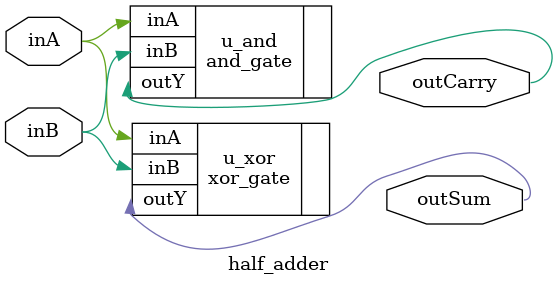
<source format=sv>
module half_adder (
    input  logic inA,
    input  logic inB,
    output logic outSum,
    output logic outCarry
);
    // Sum is XOR of inputs
    xor_gate u_xor (
        .inA(inA),
        .inB(inB),
        .outY(outSum)
    );

    // Carry is AND of inputs
    and_gate u_and (
        .inA(inA),
        .inB(inB),
        .outY(outCarry)
    );
endmodule
</source>
